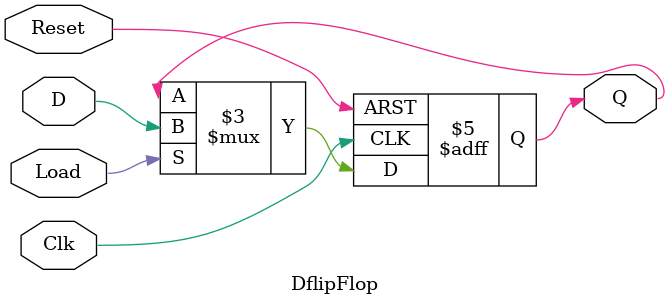
<source format=sv>

module DflipFlop ( input Clk, Reset, Load, D,
              output logic Q);

    always_ff @ (posedge Clk or posedge Reset)
    begin
	 	 if (Reset) 
			  Q <= 1'b0;
		 else if (Load)
				Q <= D;
				else 
				Q <= Q;
    end
endmodule
</source>
